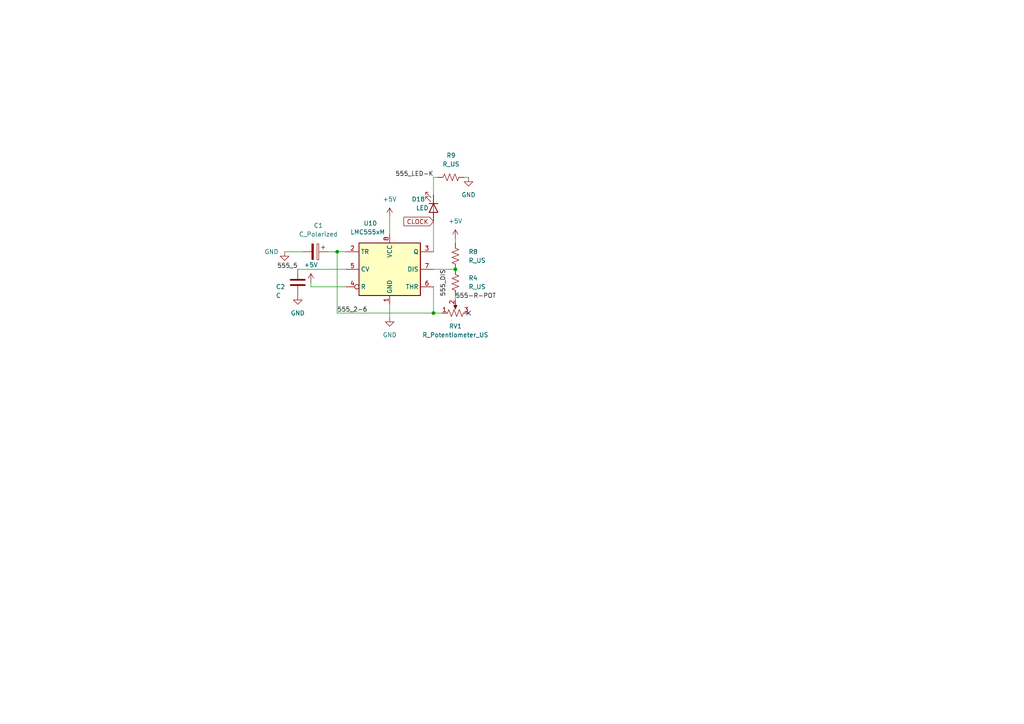
<source format=kicad_sch>
(kicad_sch (version 20230121) (generator eeschema)
  (paper "A4")
  (lib_symbols
    (symbol "Device:C" (pin_numbers hide) (pin_names (offset 0.254))
      (property "Reference" "C" (at 0.635 2.54 0))
      (property "Value" "C" (at 0.635 -2.54 0))
      (symbol "C_0_1"
        (polyline (pts (xy -2.032 -0.762) (xy 2.032 -0.762)) (stroke (width 0.508)))
        (polyline (pts (xy -2.032 0.762) (xy 2.032 0.762)) (stroke (width 0.508)))
      )
      (symbol "C_1_1"
        (pin passive line (at 0 3.81 270) (length 2.794) (name "~") (number "1"))
        (pin passive line (at 0 -3.81 90) (length 2.794) (name "~") (number "2"))
      )
    )
    (symbol "Device:C_Polarized" (pin_numbers hide) (pin_names (offset 0.254))
      (property "Reference" "C" (at 0.635 2.54 0))
      (property "Value" "C_Polarized" (at 0.635 -2.54 0))
      (symbol "C_Polarized_0_1"
        (rectangle (start -2.286 0.508) (end 2.286 1.016))
        (polyline (pts (xy -1.778 2.286) (xy -0.762 2.286)))
        (polyline (pts (xy -1.27 2.794) (xy -1.27 1.778)))
        (rectangle (start 2.286 -0.508) (end -2.286 -1.016) (fill (type outline)))
      )
      (symbol "C_Polarized_1_1"
        (pin passive line (at 0 3.81 270) (length 2.794) (name "~") (number "1"))
        (pin passive line (at 0 -3.81 90) (length 2.794) (name "~") (number "2"))
      )
    )
    (symbol "Device:LED" (pin_numbers hide) (pin_names (offset 1.016) hide)
      (property "Reference" "D" (at 0 2.54 0))
      (property "Value" "LED" (at 0 -2.54 0))
      (symbol "LED_0_1"
        (polyline (pts (xy -1.27 -1.27) (xy -1.27 1.27)) (stroke (width 0.254)))
        (polyline (pts (xy -1.27 0) (xy 1.27 0)))
        (polyline (pts (xy 1.27 -1.27) (xy 1.27 1.27) (xy -1.27 0) (xy 1.27 -1.27)) (stroke (width 0.254)))
        (polyline (pts (xy -3.048 -0.762) (xy -4.572 -2.286) (xy -3.81 -2.286) (xy -4.572 -2.286) (xy -4.572 -1.524)))
        (polyline (pts (xy -1.778 -0.762) (xy -3.302 -2.286) (xy -2.54 -2.286) (xy -3.302 -2.286) (xy -3.302 -1.524)))
      )
      (symbol "LED_1_1"
        (pin passive line (at -3.81 0 0) (length 2.54) (name "K") (number "1"))
        (pin passive line (at 3.81 0 180) (length 2.54) (name "A") (number "2"))
      )
    )
    (symbol "Device:R_Potentiometer_US" (pin_names (offset 1.016) hide)
      (property "Reference" "RV" (at -4.445 0 90))
      (property "Value" "R_Potentiometer_US" (at -2.54 0 90))
      (symbol "R_Potentiometer_US_0_1"
        (polyline (pts (xy 0 -2.286) (xy 0 -2.54)))
        (polyline (pts (xy 0 2.54) (xy 0 2.286)))
        (polyline (pts (xy 2.54 0) (xy 1.524 0)))
        (polyline (pts (xy 1.143 0) (xy 2.286 0.508) (xy 2.286 -0.508) (xy 1.143 0)) (fill (type outline)))
        (polyline (pts (xy 0 -0.762) (xy 1.016 -1.143) (xy 0 -1.524) (xy -1.016 -1.905) (xy 0 -2.286)))
        (polyline (pts (xy 0 0.762) (xy 1.016 0.381) (xy 0 0) (xy -1.016 -0.381) (xy 0 -0.762)))
        (polyline (pts (xy 0 2.286) (xy 1.016 1.905) (xy 0 1.524) (xy -1.016 1.143) (xy 0 0.762)))
      )
      (symbol "R_Potentiometer_US_1_1"
        (pin passive line (at 0 3.81 270) (length 1.27) (name "1") (number "1"))
        (pin passive line (at 3.81 0 180) (length 1.27) (name "2") (number "2"))
        (pin passive line (at 0 -3.81 90) (length 1.27) (name "3") (number "3"))
      )
    )
    (symbol "Device:R_US" (pin_numbers hide) (pin_names (offset 0))
      (property "Reference" "R" (at 2.54 0 90))
      (property "Value" "R_US" (at -2.54 0 90))
      (symbol "R_US_0_1"
        (polyline (pts (xy 0 -2.286) (xy 0 -2.54)))
        (polyline (pts (xy 0 2.286) (xy 0 2.54)))
        (polyline (pts (xy 0 -0.762) (xy 1.016 -1.143) (xy 0 -1.524) (xy -1.016 -1.905) (xy 0 -2.286)))
        (polyline (pts (xy 0 0.762) (xy 1.016 0.381) (xy 0 0) (xy -1.016 -0.381) (xy 0 -0.762)))
        (polyline (pts (xy 0 2.286) (xy 1.016 1.905) (xy 0 1.524) (xy -1.016 1.143) (xy 0 0.762)))
      )
      (symbol "R_US_1_1"
        (pin passive line (at 0 3.81 270) (length 1.27) (name "~") (number "1"))
        (pin passive line (at 0 -3.81 90) (length 1.27) (name "~") (number "2"))
      )
    )
    (symbol "Timer:LMC555xM"
      (property "Reference" "U" (at -10.16 8.89 0))
      (property "Value" "LMC555xM" (at 2.54 8.89 0))
      (symbol "LMC555xM_0_0"
        (pin power_in line (at 0 -10.16 90) (length 2.54) (name "GND") (number "1"))
        (pin power_in line (at 0 10.16 270) (length 2.54) (name "VCC") (number "8"))
      )
      (symbol "LMC555xM_0_1"
        (rectangle (start -8.89 -7.62) (end 8.89 7.62) (stroke (width 0.254)) (fill (type background)))
        (rectangle (start -8.89 -7.62) (end 8.89 7.62) (stroke (width 0.254)) (fill (type background)))
      )
      (symbol "LMC555xM_1_1"
        (pin input line (at -12.7 5.08 0) (length 3.81) (name "TR") (number "2"))
        (pin output line (at 12.7 5.08 180) (length 3.81) (name "Q") (number "3"))
        (pin input inverted (at -12.7 -5.08 0) (length 3.81) (name "R") (number "4"))
        (pin input line (at -12.7 0 0) (length 3.81) (name "CV") (number "5"))
        (pin input line (at 12.7 -5.08 180) (length 3.81) (name "THR") (number "6"))
        (pin input line (at 12.7 0 180) (length 3.81) (name "DIS") (number "7"))
      )
    )
    (symbol "power:+5V" (power) (pin_names (offset 0))
      (property "Value" "+5V" (at 0 3.556 0))
      (symbol "+5V_0_1"
        (polyline (pts (xy -0.762 1.27) (xy 0 2.54)))
        (polyline (pts (xy 0 0) (xy 0 2.54)))
        (polyline (pts (xy 0 2.54) (xy 0.762 1.27)))
      )
      (symbol "+5V_1_1"
        (pin power_in line (at 0 0 90) (length 0) hide (name "+5V") (number "1"))
      )
    )
    (symbol "power:GND" (power) (pin_names (offset 0))
      (property "Value" "GND" (at 0 -3.81 0))
      (symbol "GND_0_1"
        (polyline (pts (xy 0 0) (xy 0 -1.27) (xy 1.27 -1.27) (xy 0 -2.54) (xy -1.27 -1.27) (xy 0 -1.27)))
      )
      (symbol "GND_1_1"
        (pin power_in line (at 0 0 270) (length 0) hide (name "GND") (number "1"))
      )
    )
  )
  (junction (at 125.73 90.805))
  (junction (at 132.08 78.105))
  (junction (at 97.79 73.025))
  (no_connect (at 135.89 90.805))
  (wire (pts (xy 95.25 73.025) (xy 97.79 73.025)))
  (wire (pts (xy 86.36 78.105) (xy 100.33 78.105)))
  (wire (pts (xy 97.79 73.025) (xy 97.79 90.805)))
  (wire (pts (xy 125.73 78.105) (xy 132.08 78.105)))
  (wire (pts (xy 90.17 83.185) (xy 100.33 83.185)))
  (wire (pts (xy 132.08 69.215) (xy 132.08 70.485)))
  (wire (pts (xy 90.17 81.915) (xy 90.17 83.185)))
  (wire (pts (xy 113.03 62.865) (xy 113.03 67.945)))
  (wire (pts (xy 97.79 90.805) (xy 125.73 90.805)))
  (wire (pts (xy 113.03 88.265) (xy 113.03 92.075)))
  (wire (pts (xy 125.73 83.185) (xy 125.73 90.805)))
  (wire (pts (xy 127 51.435) (xy 125.73 51.435)))
  (wire (pts (xy 97.79 73.025) (xy 100.33 73.025)))
  (wire (pts (xy 125.73 90.805) (xy 128.27 90.805)))
  (wire (pts (xy 134.62 51.435) (xy 135.89 51.435)))
  (wire (pts (xy 132.08 85.725) (xy 132.08 86.995)))
  (wire (pts (xy 125.73 64.135) (xy 125.73 73.025)))
  (wire (pts (xy 125.73 51.435) (xy 125.73 56.515)))
  (wire (pts (xy 82.55 73.025) (xy 87.63 73.025)))
  (label "555-R-POT" (at 132.08 86.8011 0))
  (label "555_DIS" (at 129.54 78.105 270))
  (label "555_5" (at 86.36 78.105 180))
  (label "555_LED-K" (at 125.73 51.435 180))
  (label "555_2-6" (at 97.79 90.805 0))
  (global_label "CLOCK" (shape input) (at 125.73 64.2381 180) (property "Intersheetrefs" "${INTERSHEET_REFS}" (effects hide)))
  (symbol (lib_id "Device:R_US") (at 130.81 51.435 270) (unit 1)
    (property "Reference" "R9" (at 130.81 45.085 90))
    (property "Value" "R_US" (at 130.81 47.625 90))
    (instances (project "JL" (path "" (reference "R9") (unit 1)) (path "" (reference "R4") (unit 1))))
  )
  (symbol (lib_id "power:GND") (at 135.89 51.435 0) (unit 1)
    (property "Reference" "#PWR036" (effects hide))
    (property "Value" "GND" (at 135.89 56.515 0))
    (instances (project "JL" (path "" (reference "#PWR036") (unit 1)) (path "" (reference "#PWR037") (unit 1))))
  )
  (symbol (lib_id "power:+5V") (at 132.08 69.215 0) (unit 1)
    (property "Reference" "#PWR035" (effects hide))
    (property "Value" "+5V" (at 132.08 64.135 0))
    (instances (project "JL" (path "" (reference "#PWR035") (unit 1)) (path "" (reference "#PWR036") (unit 1))))
  )
  (symbol (lib_id "Device:R_US") (at 132.08 74.295 180) (unit 1)
    (property "Reference" "R8" (at 135.89 73.025 0) (effects (justify right)))
    (property "Value" "R_US" (at 135.89 75.565 0) (effects (justify right)))
  )
  (symbol (lib_id "Device:C_Polarized") (at 91.44 73.025 270) (unit 1)
    (property "Reference" "C1" (at 92.329 65.405 90))
    (property "Value" "C_Polarized" (at 92.329 67.945 90))
    (instances (project "JL" (path "" (reference "C1") (unit 1)) (path "" (reference "C2") (unit 1))))
  )
  (symbol (lib_id "Device:LED") (at 125.73 60.325 270) (unit 1)
    (property "Reference" "D18" (at 119.38 57.785 90) (effects (justify left)))
    (property "Value" "LED" (at 120.65 60.325 90) (effects (justify left)))
  )
  (symbol (lib_id "power:+5V") (at 90.17 81.915 0) (unit 1)
    (property "Reference" "#PWR038" (effects hide))
    (property "Value" "+5V" (at 90.17 76.835 0))
    (instances (project "JL" (path "" (reference "#PWR038") (unit 1)) (path "" (reference "#PWR033") (unit 1))))
  )
  (symbol (lib_id "Device:R_Potentiometer_US") (at 132.08 90.805 90) (unit 1)
    (property "Reference" "RV1" (at 132.08 94.615 90))
    (property "Value" "R_Potentiometer_US" (at 132.08 97.155 90))
  )
  (symbol (lib_id "power:GND") (at 113.03 92.075 0) (unit 1)
    (property "Reference" "#PWR034" (effects hide))
    (property "Value" "GND" (at 113.03 97.155 0))
    (instances (project "JL" (path "" (reference "#PWR034") (unit 1)) (path "" (reference "#PWR035") (unit 1))))
  )
  (symbol (lib_id "Device:C") (at 86.36 81.915 180) (unit 1)
    (property "Reference" "C2" (at 80.01 83.185 0) (effects (justify right)))
    (property "Value" "C" (at 80.01 85.725 0) (effects (justify right)))
    (instances (project "JL" (path "" (reference "C2") (unit 1)) (path "" (reference "C1") (unit 1))))
  )
  (symbol (lib_id "power:GND") (at 82.55 73.025 0) (unit 1)
    (property "Reference" "#PWR037" (effects hide))
    (property "Value" "GND" (at 78.74 73.025 0))
    (instances (project "JL" (path "" (reference "#PWR037") (unit 1)) (path "" (reference "#PWR026") (unit 1))))
  )
  (symbol (lib_id "power:+5V") (at 113.03 62.865 0) (unit 1)
    (property "Reference" "#PWR033" (effects hide))
    (property "Value" "+5V" (at 113.03 57.785 0))
    (instances (project "JL" (path "" (reference "#PWR033") (unit 1)) (path "" (reference "#PWR034") (unit 1))))
  )
  (symbol (lib_id "power:GND") (at 86.36 85.725 0) (unit 1)
    (property "Reference" "#PWR039" (effects hide))
    (property "Value" "GND" (at 86.36 90.805 0))
    (instances (project "JL" (path "" (reference "#PWR039") (unit 1)) (path "" (reference "#PWR029") (unit 1))))
  )
  (symbol (lib_id "Timer:LMC555xM") (at 113.03 78.105 0) (unit 1)
    (property "Reference" "U10" (at 105.41 64.77 0) (effects (justify left)))
    (property "Value" "LMC555xM" (at 101.6 67.31 0) (effects (justify left)))
    (property "Footprint" "Package_SO:SOIC-8_3.9x4.9mm_P1.27mm" (effects hide))
    (property "Datasheet" "http://www.ti.com/lit/ds/symlink/lmc555.pdf" (effects hide))
  )
  (symbol (lib_id "Device:R_US") (at 132.08 81.915 180) (unit 1)
    (property "Reference" "R4" (at 135.89 80.645 0) (effects (justify right)))
    (property "Value" "R_US" (at 135.89 83.185 0) (effects (justify right)))
    (instances (project "JL" (path "" (reference "R4") (unit 1)) (path "" (reference "R9") (unit 1))))
  )
)
</source>
